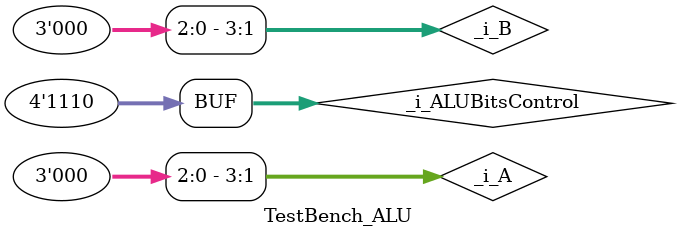
<source format=v>
`timescale 1ns / 1ps


`define dataLength 4
`define opLength 4

module TestBench_ALU();

    parameter dataLength=`dataLength;
    parameter opLength=`opLength;
    
    //todos los input wire pasan a reg
    reg [dataLength-1:0] _i_A;
    reg [dataLength-1:0] _i_B;
    reg [opLength-1:0] _i_ALUBitsControl;
    
    //todos los output pasan a wire
    wire [dataLength-1:0] _o_ALUResult;
    //wire  _o_Zero;

    //instancio el m?dulo de la ALU
    //uut= unit under test 
    ALU #(
        .p_operatorsInputSize(4)
    ) 
    uut_ALU (
        .i_A(_i_A),
        .i_B(_i_B),
        .i_ALUBitsControl(_i_ALUBitsControl),
        .o_ALUResult(_o_ALUResult)//,
        //.o_Zero(_o_Zero)
    );

    /*localparam ADD = 6'b100000;
    localparam SUB = 6'b100010;
    localparam AND = 6'b100100;
    localparam OR  = 6'b100101;
    localparam XOR = 6'b100110;
    localparam SRA = 6'b000011;
    localparam SRL = 6'b000010;
    localparam NOR = 6'b100111;*/
    
    localparam ADD = 4'b0001;
    localparam SUB = 4'b0010;
    localparam AND = 4'b0011;
    localparam OR  = 4'b0101;
    localparam XOR = 4'b0111;
    localparam SRA = 4'b1000;
    localparam SRL = 4'b1100;
    localparam NOR = 4'b1110;

  
initial
begin
    #0
    _i_A = {dataLength{1'b0}};
    _i_B = {dataLength{1'b0}};
    #50
    _i_ALUBitsControl = ADD;
    #50
    _i_ALUBitsControl = SUB;
    #50
    _i_ALUBitsControl = AND;
    #50
    _i_ALUBitsControl = OR;
    #50
    _i_ALUBitsControl = XOR;
    #50
    _i_ALUBitsControl = SRA;
    #50
    _i_ALUBitsControl = SRL;
    #50
    _i_ALUBitsControl = NOR;
       
end

// Genera numeros aleatorios cada 60 steps del simulador
always begin
  #60
    _i_A = $random;
    _i_B = $random;
  end

endmodule

</source>
